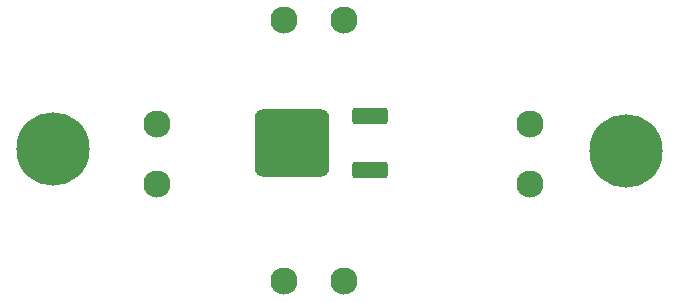
<source format=gts>
G04*
G04 #@! TF.GenerationSoftware,Altium Limited,Altium Designer,22.9.1 (49)*
G04*
G04 Layer_Color=8388736*
%FSLAX44Y44*%
%MOMM*%
G71*
G04*
G04 #@! TF.SameCoordinates,E343571A-C553-4397-B335-E36F9F7E1520*
G04*
G04*
G04 #@! TF.FilePolarity,Negative*
G04*
G01*
G75*
G04:AMPARAMS|DCode=14|XSize=3.0332mm|YSize=1.4232mm|CornerRadius=0.2541mm|HoleSize=0mm|Usage=FLASHONLY|Rotation=180.000|XOffset=0mm|YOffset=0mm|HoleType=Round|Shape=RoundedRectangle|*
%AMROUNDEDRECTD14*
21,1,3.0332,0.9150,0,0,180.0*
21,1,2.5250,1.4232,0,0,180.0*
1,1,0.5082,-1.2625,0.4575*
1,1,0.5082,1.2625,0.4575*
1,1,0.5082,1.2625,-0.4575*
1,1,0.5082,-1.2625,-0.4575*
%
%ADD14ROUNDEDRECTD14*%
G04:AMPARAMS|DCode=15|XSize=6.3032mm|YSize=5.8332mm|CornerRadius=0.8054mm|HoleSize=0mm|Usage=FLASHONLY|Rotation=180.000|XOffset=0mm|YOffset=0mm|HoleType=Round|Shape=RoundedRectangle|*
%AMROUNDEDRECTD15*
21,1,6.3032,4.2225,0,0,180.0*
21,1,4.6925,5.8332,0,0,180.0*
1,1,1.6107,-2.3463,2.1113*
1,1,1.6107,2.3463,2.1113*
1,1,1.6107,2.3463,-2.1113*
1,1,1.6107,-2.3463,-2.1113*
%
%ADD15ROUNDEDRECTD15*%
%ADD16C,2.3000*%
%ADD17C,6.2032*%
D14*
X128590Y149750D02*
D03*
Y195550D02*
D03*
D15*
X62090Y172650D02*
D03*
D16*
X106240Y276790D02*
D03*
X55440D02*
D03*
X-51800Y188600D02*
D03*
Y137800D02*
D03*
X106240Y55810D02*
D03*
X55440D02*
D03*
X263500Y188600D02*
D03*
Y137800D02*
D03*
D17*
X345000Y165800D02*
D03*
X-140300Y167600D02*
D03*
M02*

</source>
